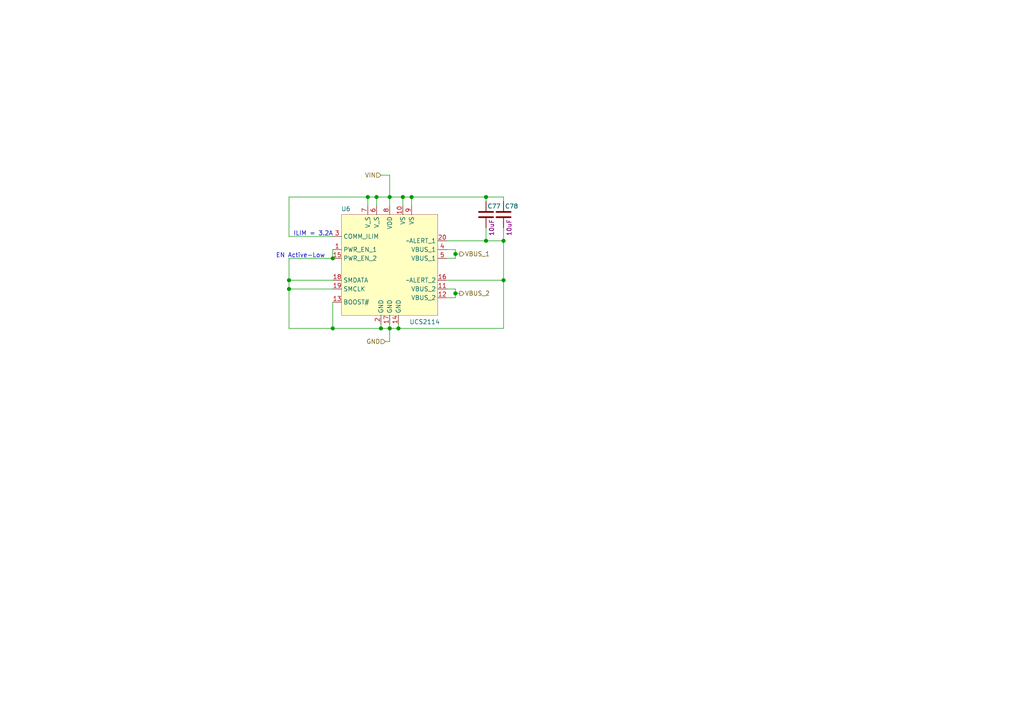
<source format=kicad_sch>
(kicad_sch (version 20210606) (generator eeschema)
  (paper "A4")
  (lib_symbols
    (symbol "capacitors:GRM21BR61H106ME43" (pin_numbers hide) (pin_names (offset 0.254))
      (property "Reference" "C" (at 0.635 2.54 0))
      (property "id" "10uF" (at -3.81 2.54 0))
      (symbol "GRM21BR61H106ME43_0_1"
        (polyline (pts (xy -2.032 -0.762) (xy 2.032 -0.762)) (stroke (width 0.508)))
        (polyline (pts (xy -2.032 0.762) (xy 2.032 0.762)) (stroke (width 0.508)))
      )
      (symbol "GRM21BR61H106ME43_1_1"
        (pin passive line (at 0 3.81 270) (length 2.794) (name "~") (number "1"))
        (pin passive line (at 0 -3.81 90) (length 2.794) (name "~") (number "2"))
      )
    )
    (symbol "mte_usb_hub:UCS2114"
      (property "Reference" "U" (at -12.7 16.51 0))
      (property "Value" "UCS2114" (at 10.16 -15.24 0))
      (symbol "UCS2114_0_1"
        (rectangle (start -13.97 15.24) (end 13.97 -13.97) (stroke (width 0.001)) (fill (type background)))
      )
      (symbol "UCS2114_1_0"
        (pin input line (at -16.51 5.08 0) (length 2.54) (name "PWR_EN_1") (number "1"))
        (pin power_in line (at 3.81 17.78 270) (length 2.54) (name "VS") (number "10"))
        (pin power_out line (at 16.51 -6.35 180) (length 2.54) (name "VBUS_2") (number "11"))
        (pin passive line (at 16.51 -8.89 180) (length 2.54) (name "VBUS_2") (number "12"))
        (pin passive line (at -16.51 -10.16 0) (length 2.54) (name "BOOST#") (number "13"))
        (pin power_in line (at 2.54 -16.51 90) (length 2.54) (name "GND") (number "14"))
        (pin input line (at -16.51 2.54 0) (length 2.54) (name "PWR_EN_2") (number "15"))
        (pin open_collector line (at 16.51 -3.81 180) (length 2.54) (name "~ALERT_2") (number "16"))
        (pin power_in line (at 0 -16.51 90) (length 2.54) (name "GND") (number "17"))
        (pin open_collector line (at -16.51 -3.81 0) (length 2.54) (name "SMDATA") (number "18"))
        (pin input line (at -16.51 -6.35 0) (length 2.54) (name "SMCLK") (number "19"))
        (pin power_in line (at -2.54 -16.51 90) (length 2.54) (name "GND") (number "2"))
        (pin open_collector line (at 16.51 7.62 180) (length 2.54) (name "~ALERT_1") (number "20"))
        (pin input line (at -16.51 8.89 0) (length 2.54) (name "COMM_ILIM") (number "3"))
        (pin power_out line (at 16.51 5.08 180) (length 2.54) (name "VBUS_1") (number "4"))
        (pin passive line (at 16.51 2.54 180) (length 2.54) (name "VBUS_1") (number "5"))
        (pin power_in line (at -3.81 17.78 270) (length 2.54) (name "V_S") (number "6"))
        (pin power_in line (at -6.35 17.78 270) (length 2.54) (name "V_S") (number "7"))
        (pin power_in line (at 0 17.78 270) (length 2.54) (name "VDD") (number "8"))
        (pin power_in line (at 6.35 17.78 270) (length 2.54) (name "VS") (number "9"))
      )
    )
  )
  (junction (at 83.82 81.28) (diameter 1.016))
  (junction (at 83.82 83.82) (diameter 1.016))
  (junction (at 96.52 74.93) (diameter 1.016))
  (junction (at 96.52 95.25) (diameter 1.016))
  (junction (at 106.68 57.15) (diameter 1.016))
  (junction (at 109.22 57.15) (diameter 1.016))
  (junction (at 110.49 95.25) (diameter 1.016))
  (junction (at 113.03 57.15) (diameter 1.016))
  (junction (at 113.03 95.25) (diameter 1.016))
  (junction (at 115.57 95.25) (diameter 1.016))
  (junction (at 116.84 57.15) (diameter 1.016))
  (junction (at 119.38 57.15) (diameter 1.016))
  (junction (at 132.08 73.66) (diameter 1.016))
  (junction (at 132.08 85.09) (diameter 1.016))
  (junction (at 140.97 57.15) (diameter 1.016))
  (junction (at 140.97 69.85) (diameter 1.016))
  (junction (at 146.05 69.85) (diameter 1.016))
  (junction (at 146.05 81.28) (diameter 1.016))
  (wire (pts (xy 83.82 57.15) (xy 106.68 57.15)))
  (wire (pts (xy 83.82 68.58) (xy 83.82 57.15)))
  (wire (pts (xy 83.82 68.58) (xy 96.52 68.58)))
  (wire (pts (xy 83.82 74.93) (xy 83.82 81.28)))
  (wire (pts (xy 83.82 74.93) (xy 96.52 74.93)))
  (wire (pts (xy 83.82 81.28) (xy 83.82 83.82)))
  (wire (pts (xy 83.82 81.28) (xy 96.52 81.28)))
  (wire (pts (xy 83.82 83.82) (xy 83.82 95.25)))
  (wire (pts (xy 83.82 83.82) (xy 96.52 83.82)))
  (wire (pts (xy 83.82 95.25) (xy 96.52 95.25)))
  (wire (pts (xy 96.52 72.39) (xy 96.52 74.93)))
  (wire (pts (xy 96.52 87.63) (xy 96.52 95.25)))
  (wire (pts (xy 96.52 95.25) (xy 110.49 95.25)))
  (wire (pts (xy 106.68 57.15) (xy 109.22 57.15)))
  (wire (pts (xy 106.68 59.69) (xy 106.68 57.15)))
  (wire (pts (xy 109.22 57.15) (xy 109.22 59.69)))
  (wire (pts (xy 109.22 57.15) (xy 113.03 57.15)))
  (wire (pts (xy 110.49 95.25) (xy 110.49 93.98)))
  (wire (pts (xy 111.76 99.06) (xy 113.03 99.06)))
  (wire (pts (xy 113.03 50.8) (xy 110.49 50.8)))
  (wire (pts (xy 113.03 50.8) (xy 113.03 57.15)))
  (wire (pts (xy 113.03 57.15) (xy 113.03 59.69)))
  (wire (pts (xy 113.03 93.98) (xy 113.03 95.25)))
  (wire (pts (xy 113.03 95.25) (xy 110.49 95.25)))
  (wire (pts (xy 113.03 95.25) (xy 113.03 99.06)))
  (wire (pts (xy 113.03 95.25) (xy 115.57 95.25)))
  (wire (pts (xy 115.57 95.25) (xy 115.57 93.98)))
  (wire (pts (xy 116.84 57.15) (xy 113.03 57.15)))
  (wire (pts (xy 116.84 57.15) (xy 116.84 59.69)))
  (wire (pts (xy 119.38 57.15) (xy 116.84 57.15)))
  (wire (pts (xy 119.38 57.15) (xy 140.97 57.15)))
  (wire (pts (xy 119.38 59.69) (xy 119.38 57.15)))
  (wire (pts (xy 129.54 69.85) (xy 140.97 69.85)))
  (wire (pts (xy 129.54 72.39) (xy 132.08 72.39)))
  (wire (pts (xy 129.54 74.93) (xy 132.08 74.93)))
  (wire (pts (xy 129.54 81.28) (xy 146.05 81.28)))
  (wire (pts (xy 129.54 83.82) (xy 132.08 83.82)))
  (wire (pts (xy 129.54 86.36) (xy 132.08 86.36)))
  (wire (pts (xy 132.08 72.39) (xy 132.08 73.66)))
  (wire (pts (xy 132.08 73.66) (xy 132.08 74.93)))
  (wire (pts (xy 132.08 73.66) (xy 133.35 73.66)))
  (wire (pts (xy 132.08 83.82) (xy 132.08 85.09)))
  (wire (pts (xy 132.08 85.09) (xy 132.08 86.36)))
  (wire (pts (xy 132.08 85.09) (xy 133.35 85.09)))
  (wire (pts (xy 140.97 57.15) (xy 140.97 58.42)))
  (wire (pts (xy 140.97 57.15) (xy 146.05 57.15)))
  (wire (pts (xy 140.97 66.04) (xy 140.97 69.85)))
  (wire (pts (xy 140.97 69.85) (xy 146.05 69.85)))
  (wire (pts (xy 146.05 58.42) (xy 146.05 57.15)))
  (wire (pts (xy 146.05 66.04) (xy 146.05 69.85)))
  (wire (pts (xy 146.05 69.85) (xy 146.05 81.28)))
  (wire (pts (xy 146.05 81.28) (xy 146.05 95.25)))
  (wire (pts (xy 146.05 95.25) (xy 115.57 95.25)))
  (text "EN Active-Low" (at 80.01 74.93 0) (effects (font (size 1.27 1.27)) (justify left bottom)))
  (text "ILIM = 3.2A" (at 85.09 68.58 0) (effects (font (size 1.27 1.27)) (justify left bottom)))
  (hierarchical_label "VIN" (shape input) (at 110.49 50.8 180))
  (hierarchical_label "GND" (shape input) (at 111.76 99.06 180))
  (hierarchical_label "VBUS_1" (shape output) (at 133.35 73.66 0))
  (hierarchical_label "VBUS_2" (shape output) (at 133.35 85.09 0))
  (symbol (lib_id "capacitors:GRM21BR61H106ME43") (at 140.97 62.23 0)
    (property "Reference" "C77" (at 141.3511 59.8106 0) (effects (justify left)))
    (property "Value" "GRM21BR61H106ME43" (effects hide))
    (property "Footprint" "mte_usb_footprints:CAPACITOR_0805N" (effects hide))
    (property "id" "10uF" (at 142.6211 68.4593 90) (effects (justify left)))
    (property "manf" "Murata Electronics" (effects hide))
  )
  (symbol (lib_id "capacitors:GRM21BR61H106ME43") (at 146.05 62.23 0)
    (property "Reference" "C78" (at 146.4311 59.8106 0) (effects (justify left)))
    (property "Value" "GRM21BR61H106ME43" (effects hide))
    (property "Footprint" "mte_usb_footprints:CAPACITOR_0805N" (effects hide))
    (property "id" "10uF" (at 147.7011 68.4593 90) (effects (justify left)))
    (property "manf" "Murata Electronics" (effects hide))
  )
  (symbol (lib_id "mte_usb_hub:UCS2114") (at 113.03 77.47 0)
    (property "Reference" "U6" (at 100.33 60.5854 0))
    (property "Value" "UCS2114" (at 123.19 93.3641 0))
    (property "Footprint" "mte_usb_footprints:UCS2114" (effects hide))
  )
)
</source>
